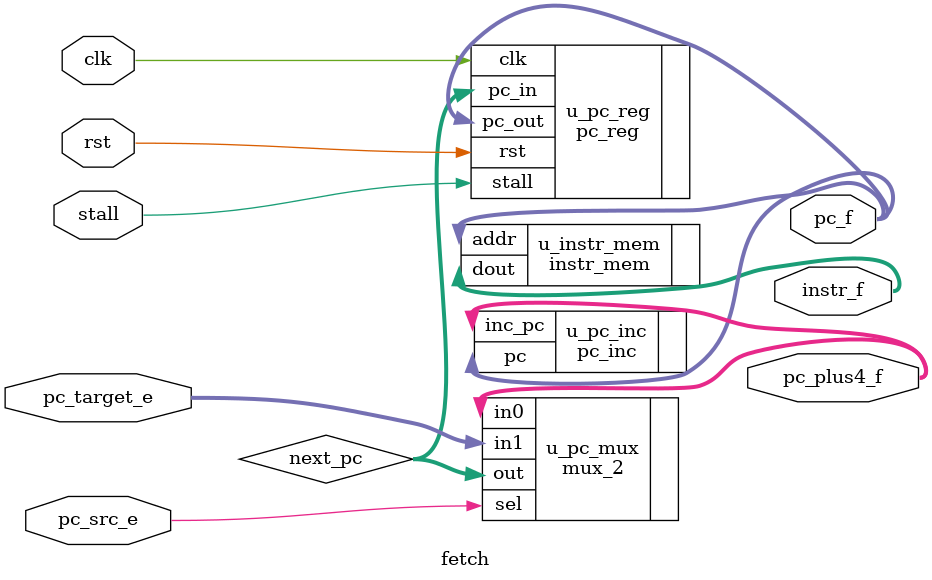
<source format=sv>
module fetch #(
    parameter WIDTH = 32
)(
    input  logic             clk,
    input  logic             rst,
    input  logic             stall,

    // from EXECUTE stage for jumps/branches
    input  logic [WIDTH-1:0] pc_target_e,
    input  logic             pc_src_e, // 0 = PC + 4, 1 = branch/jump

    // outputs to pipeline
    output logic [WIDTH-1:0] pc_plus4_f,
    output logic [WIDTH-1:0] pc_f,
    output logic [WIDTH-1:0] instr_f
);

    logic [WIDTH-1:0] next_pc;

    pc_inc #(.WIDTH(WIDTH)) u_pc_inc (
        .pc     (pc_f),
        .inc_pc (pc_plus4_f)
    );

    mux_2 #(.D_WIDTH(WIDTH)) u_pc_mux (
        .in0 (pc_plus4_f), // normal seq next PC
        .in1 (pc_target_e), // branch/jump target
        .sel (pc_src_e),
        .out (next_pc)
    );

    pc_reg #(.WIDTH(WIDTH)) u_pc_reg (
        .clk    (clk),
        .rst    (rst),
        .stall  (stall),
        .pc_in  (next_pc),
        .pc_out (pc_f)
    );

    instr_mem u_instr_mem (
        .addr (pc_f),
        .dout (instr_f)
    );

endmodule

</source>
